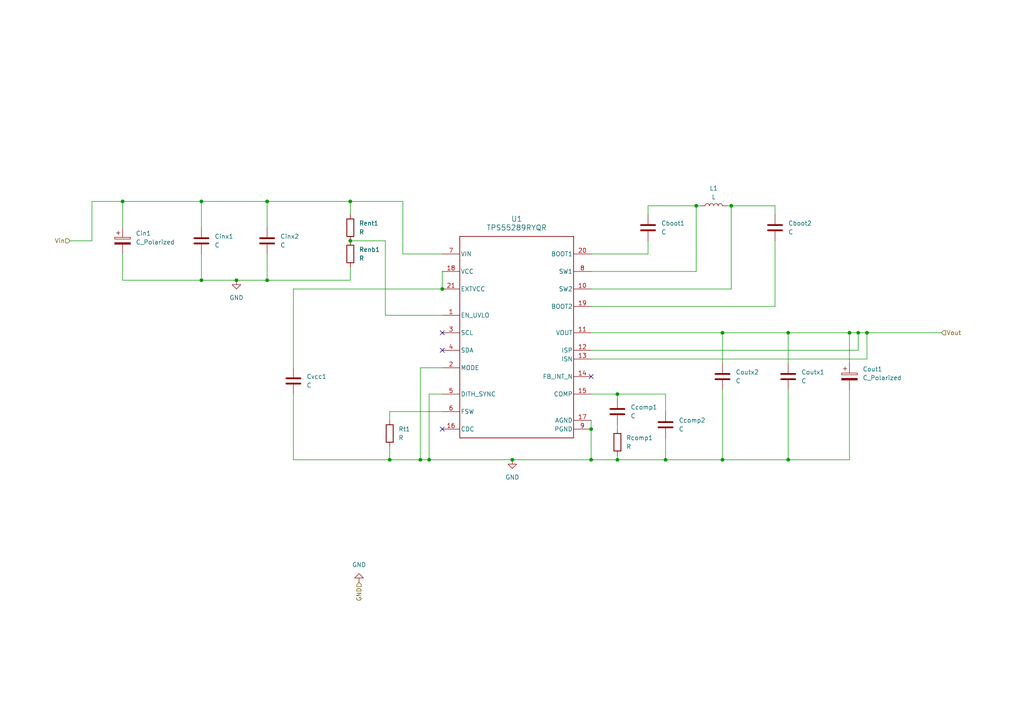
<source format=kicad_sch>
(kicad_sch (version 20250114) (generator "eeschema") (generator_version "9.0")
  (paper "A4")
  (lib_symbols
    (symbol "2026-01-30_06-42-26:TPS55289RYQR" (pin_names (offset 0.254))
      (property "Reference" "U" (at 0 2.54 0))
      (property "Value" "TPS55289RYQR" (at 0 0 0))
      (symbol "TPS55289RYQR_0_1"
        (polyline (pts (xy 5.08 5.08) (xy 5.08 -53.34)) (stroke (width 0.2032)))
        (polyline (pts (xy 5.08 -53.34) (xy 38.1 -53.34)) (stroke (width 0.2032)))
        (polyline (pts (xy 38.1 5.08) (xy 5.08 5.08)) (stroke (width 0.2032)))
        (polyline (pts (xy 38.1 -53.34) (xy 38.1 5.08)) (stroke (width 0.2032)))
        (pin unspecified line (at 0 0 0) (length 5.08) (name "VIN") (number "7"))
        (pin unspecified line (at 0 -5.08 0) (length 5.08) (name "VCC") (number "18"))
        (pin unspecified line (at 0 -10.16 0) (length 5.08) (name "EXTVCC") (number "21"))
        (pin unspecified line (at 0 -17.78 0) (length 5.08) (name "EN_UVLO") (number "1"))
        (pin unspecified line (at 0 -22.86 0) (length 5.08) (name "SCL") (number "3"))
        (pin unspecified line (at 0 -27.94 0) (length 5.08) (name "SDA") (number "4"))
        (pin unspecified line (at 0 -33.02 0) (length 5.08) (name "MODE") (number "2"))
        (pin unspecified line (at 0 -40.64 0) (length 5.08) (name "DITH_SYNC") (number "5"))
        (pin unspecified line (at 0 -45.72 0) (length 5.08) (name "FSW") (number "6"))
        (pin unspecified line (at 0 -50.8 0) (length 5.08) (name "CDC") (number "16"))
        (pin unspecified line (at 43.18 0 180) (length 5.08) (name "BOOT1") (number "20"))
        (pin unspecified line (at 43.18 -5.08 180) (length 5.08) (name "SW1") (number "8"))
        (pin unspecified line (at 43.18 -10.16 180) (length 5.08) (name "SW2") (number "10"))
        (pin unspecified line (at 43.18 -15.24 180) (length 5.08) (name "BOOT2") (number "19"))
        (pin unspecified line (at 43.18 -22.86 180) (length 5.08) (name "VOUT") (number "11"))
        (pin unspecified line (at 43.18 -27.94 180) (length 5.08) (name "ISP") (number "12"))
        (pin unspecified line (at 43.18 -30.48 180) (length 5.08) (name "ISN") (number "13"))
        (pin unspecified line (at 43.18 -35.56 180) (length 5.08) (name "FB_INT_N") (number "14"))
        (pin unspecified line (at 43.18 -40.64 180) (length 5.08) (name "COMP") (number "15"))
        (pin unspecified line (at 43.18 -48.26 180) (length 5.08) (name "AGND") (number "17"))
        (pin unspecified line (at 43.18 -50.8 180) (length 5.08) (name "PGND") (number "9"))
      )
    )
    (symbol "Device:C" (pin_numbers (hide yes)) (pin_names (offset 0.254))
      (property "Reference" "C" (at 0.635 2.54 0))
      (property "Value" "C" (at 0.635 -2.54 0))
      (symbol "C_0_1"
        (polyline (pts (xy -2.032 0.762) (xy 2.032 0.762)) (stroke (width 0.508)))
        (polyline (pts (xy -2.032 -0.762) (xy 2.032 -0.762)) (stroke (width 0.508)))
      )
      (symbol "C_1_1"
        (pin passive line (at 0 3.81 270) (length 2.794) (name "~") (number "1"))
        (pin passive line (at 0 -3.81 90) (length 2.794) (name "~") (number "2"))
      )
    )
    (symbol "Device:C_Polarized" (pin_numbers (hide yes)) (pin_names (offset 0.254))
      (property "Reference" "C" (at 0.635 2.54 0))
      (property "Value" "C_Polarized" (at 0.635 -2.54 0))
      (symbol "C_Polarized_0_1"
        (rectangle (start -2.286 0.508) (end 2.286 1.016))
        (polyline (pts (xy -1.778 2.286) (xy -0.762 2.286)))
        (polyline (pts (xy -1.27 2.794) (xy -1.27 1.778)))
        (rectangle (start 2.286 -0.508) (end -2.286 -1.016) (fill (type outline)))
      )
      (symbol "C_Polarized_1_1"
        (pin passive line (at 0 3.81 270) (length 2.794) (name "~") (number "1"))
        (pin passive line (at 0 -3.81 90) (length 2.794) (name "~") (number "2"))
      )
    )
    (symbol "Device:L" (pin_numbers (hide yes)) (pin_names (offset 1.016) (hide yes))
      (property "Reference" "L" (at -1.27 0 90))
      (property "Value" "L" (at 1.905 0 90))
      (symbol "L_0_1"
        (arc (start 0 2.54) (mid 0.6323 1.905) (end 0 1.27))
        (arc (start 0 1.27) (mid 0.6323 0.635) (end 0 0))
        (arc (start 0 0) (mid 0.6323 -0.635) (end 0 -1.27))
        (arc (start 0 -1.27) (mid 0.6323 -1.905) (end 0 -2.54))
      )
      (symbol "L_1_1"
        (pin passive line (at 0 3.81 270) (length 1.27) (name "1") (number "1"))
        (pin passive line (at 0 -3.81 90) (length 1.27) (name "2") (number "2"))
      )
    )
    (symbol "Device:R" (pin_numbers (hide yes)) (pin_names (offset 0))
      (property "Reference" "R" (at 2.032 0 90))
      (property "Value" "R" (at 0 0 90))
      (symbol "R_0_1"
        (rectangle (start -1.016 -2.54) (end 1.016 2.54) (stroke (width 0.254)))
      )
      (symbol "R_1_1"
        (pin passive line (at 0 3.81 270) (length 1.27) (name "~") (number "1"))
        (pin passive line (at 0 -3.81 90) (length 1.27) (name "~") (number "2"))
      )
    )
    (symbol "power:GND" (power) (pin_numbers (hide yes)) (pin_names (offset 0) (hide yes))
      (property "Value" "GND" (at 0 -3.81 0))
      (symbol "GND_0_1"
        (polyline (pts (xy 0 0) (xy 0 -1.27) (xy 1.27 -1.27) (xy 0 -2.54) (xy -1.27 -1.27) (xy 0 -1.27)))
      )
      (symbol "GND_1_1"
        (pin power_in line (at 0 0 270) (length 0) (name "~") (number "1"))
      )
    )
  )
  (junction (at 228.6 133.35))
  (junction (at 113.03 133.35))
  (junction (at 171.45 124.46))
  (junction (at 248.92 96.52))
  (junction (at 179.07 133.35))
  (junction (at 35.56 58.42))
  (junction (at 58.42 58.42))
  (junction (at 193.04 133.35))
  (junction (at 101.6 69.85))
  (junction (at 77.47 81.28))
  (junction (at 58.42 81.28))
  (junction (at 124.46 133.35))
  (junction (at 101.6 58.42))
  (junction (at 251.46 96.52))
  (junction (at 209.55 96.52))
  (junction (at 246.38 96.52))
  (junction (at 209.55 133.35))
  (junction (at 171.45 133.35))
  (junction (at 121.92 133.35))
  (junction (at 68.58 81.28))
  (junction (at 77.47 58.42))
  (junction (at 201.93 59.69))
  (junction (at 212.09 59.69))
  (junction (at 228.6 96.52))
  (junction (at 148.59 133.35))
  (junction (at 128.27 83.82))
  (junction (at 179.07 114.3))
  (no_connect (at 128.27 124.46))
  (no_connect (at 128.27 101.6))
  (no_connect (at 171.45 109.22))
  (no_connect (at 128.27 96.52))
  (wire (pts (xy 179.07 132.08) (xy 179.07 133.35)))
  (wire (pts (xy 201.93 59.69) (xy 203.2 59.69)))
  (wire (pts (xy 77.47 66.04) (xy 77.47 58.42)))
  (wire (pts (xy 26.67 58.42) (xy 35.56 58.42)))
  (wire (pts (xy 77.47 73.66) (xy 77.47 81.28)))
  (wire (pts (xy 224.79 59.69) (xy 212.09 59.69)))
  (wire (pts (xy 58.42 81.28) (xy 68.58 81.28)))
  (wire (pts (xy 68.58 81.28) (xy 77.47 81.28)))
  (wire (pts (xy 171.45 133.35) (xy 179.07 133.35)))
  (wire (pts (xy 248.92 101.6) (xy 248.92 96.52)))
  (wire (pts (xy 101.6 62.23) (xy 101.6 58.42)))
  (wire (pts (xy 171.45 104.14) (xy 251.46 104.14)))
  (wire (pts (xy 209.55 113.03) (xy 209.55 133.35)))
  (wire (pts (xy 248.92 96.52) (xy 251.46 96.52)))
  (wire (pts (xy 209.55 133.35) (xy 228.6 133.35)))
  (wire (pts (xy 121.92 106.68) (xy 121.92 133.35)))
  (wire (pts (xy 212.09 59.69) (xy 210.82 59.69)))
  (wire (pts (xy 113.03 133.35) (xy 121.92 133.35)))
  (wire (pts (xy 111.76 69.85) (xy 111.76 91.44)))
  (wire (pts (xy 171.45 101.6) (xy 248.92 101.6)))
  (wire (pts (xy 85.09 106.68) (xy 85.09 83.82)))
  (wire (pts (xy 209.55 96.52) (xy 228.6 96.52)))
  (wire (pts (xy 171.45 121.92) (xy 171.45 124.46)))
  (wire (pts (xy 246.38 96.52) (xy 248.92 96.52)))
  (wire (pts (xy 20.32 69.85) (xy 26.67 69.85)))
  (wire (pts (xy 171.45 78.74) (xy 201.93 78.74)))
  (wire (pts (xy 128.27 78.74) (xy 128.27 83.82)))
  (wire (pts (xy 224.79 69.85) (xy 224.79 88.9)))
  (wire (pts (xy 128.27 119.38) (xy 113.03 119.38)))
  (wire (pts (xy 128.27 106.68) (xy 121.92 106.68)))
  (wire (pts (xy 116.84 73.66) (xy 128.27 73.66)))
  (wire (pts (xy 113.03 129.54) (xy 113.03 133.35)))
  (wire (pts (xy 171.45 114.3) (xy 179.07 114.3)))
  (wire (pts (xy 35.56 58.42) (xy 58.42 58.42)))
  (wire (pts (xy 224.79 88.9) (xy 171.45 88.9)))
  (wire (pts (xy 179.07 114.3) (xy 179.07 115.57)))
  (wire (pts (xy 148.59 133.35) (xy 171.45 133.35)))
  (wire (pts (xy 201.93 78.74) (xy 201.93 59.69)))
  (wire (pts (xy 113.03 119.38) (xy 113.03 121.92)))
  (wire (pts (xy 101.6 69.85) (xy 111.76 69.85)))
  (wire (pts (xy 179.07 114.3) (xy 193.04 114.3)))
  (wire (pts (xy 111.76 91.44) (xy 128.27 91.44)))
  (wire (pts (xy 116.84 58.42) (xy 116.84 73.66)))
  (wire (pts (xy 171.45 73.66) (xy 187.96 73.66)))
  (wire (pts (xy 209.55 96.52) (xy 209.55 105.41)))
  (wire (pts (xy 58.42 81.28) (xy 58.42 73.66)))
  (wire (pts (xy 171.45 124.46) (xy 171.45 133.35)))
  (wire (pts (xy 26.67 69.85) (xy 26.67 58.42)))
  (wire (pts (xy 187.96 59.69) (xy 201.93 59.69)))
  (wire (pts (xy 77.47 58.42) (xy 101.6 58.42)))
  (wire (pts (xy 187.96 73.66) (xy 187.96 69.85)))
  (wire (pts (xy 171.45 96.52) (xy 209.55 96.52)))
  (wire (pts (xy 228.6 133.35) (xy 246.38 133.35)))
  (wire (pts (xy 85.09 133.35) (xy 113.03 133.35)))
  (wire (pts (xy 58.42 58.42) (xy 58.42 66.04)))
  (wire (pts (xy 187.96 62.23) (xy 187.96 59.69)))
  (wire (pts (xy 251.46 96.52) (xy 273.05 96.52)))
  (wire (pts (xy 85.09 83.82) (xy 128.27 83.82)))
  (wire (pts (xy 246.38 96.52) (xy 246.38 105.41)))
  (wire (pts (xy 85.09 114.3) (xy 85.09 133.35)))
  (wire (pts (xy 251.46 104.14) (xy 251.46 96.52)))
  (wire (pts (xy 193.04 133.35) (xy 209.55 133.35)))
  (wire (pts (xy 228.6 96.52) (xy 246.38 96.52)))
  (wire (pts (xy 179.07 123.19) (xy 179.07 124.46)))
  (wire (pts (xy 77.47 81.28) (xy 101.6 81.28)))
  (wire (pts (xy 224.79 62.23) (xy 224.79 59.69)))
  (wire (pts (xy 228.6 96.52) (xy 228.6 105.41)))
  (wire (pts (xy 101.6 81.28) (xy 101.6 77.47)))
  (wire (pts (xy 35.56 58.42) (xy 35.56 66.04)))
  (wire (pts (xy 171.45 83.82) (xy 212.09 83.82)))
  (wire (pts (xy 124.46 133.35) (xy 148.59 133.35)))
  (wire (pts (xy 58.42 58.42) (xy 77.47 58.42)))
  (wire (pts (xy 128.27 114.3) (xy 124.46 114.3)))
  (wire (pts (xy 35.56 81.28) (xy 35.56 73.66)))
  (wire (pts (xy 193.04 127) (xy 193.04 133.35)))
  (wire (pts (xy 193.04 114.3) (xy 193.04 119.38)))
  (wire (pts (xy 228.6 113.03) (xy 228.6 133.35)))
  (wire (pts (xy 246.38 133.35) (xy 246.38 113.03)))
  (wire (pts (xy 179.07 133.35) (xy 193.04 133.35)))
  (wire (pts (xy 124.46 114.3) (xy 124.46 133.35)))
  (wire (pts (xy 35.56 81.28) (xy 58.42 81.28)))
  (wire (pts (xy 212.09 83.82) (xy 212.09 59.69)))
  (wire (pts (xy 121.92 133.35) (xy 124.46 133.35)))
  (wire (pts (xy 101.6 58.42) (xy 116.84 58.42)))
  (hierarchical_label "GND" (shape input) (at 104.14 168.91 270))
  (hierarchical_label "Vin" (shape input) (at 20.32 69.85 180))
  (hierarchical_label "Vout" (shape input) (at 273.05 96.52 0))
  (symbol (lib_id "Device:C_Polarized") (at 35.56 69.85 0) (unit 1)
    (property "Reference" "Cin1" (at 39.37 67.6909 0) (effects (justify left)))
    (property "Value" "C_Polarized" (at 39.37 70.2309 0) (effects (justify left)))
    (property "Footprint" "Capacitor_SMD:CP_Elec_8x6.9" (effects (hide yes)))
    (property "Description" "Polarized capacitor" (effects (hide yes)))
  )
  (symbol (lib_id "Device:R") (at 101.6 66.04 0) (unit 1)
    (property "Reference" "Rent1" (at 104.14 64.7699 0) (effects (justify left)))
    (property "Value" "R" (at 104.14 67.3099 0) (effects (justify left)))
    (property "Footprint" "Resistor_SMD:R_0402_1005Metric" (effects (hide yes)))
    (property "Description" "Resistor" (effects (hide yes)))
  )
  (symbol (lib_id "power:GND") (at 104.14 168.91 180) (unit 1)
    (property "Reference" "#PWR06" (effects (hide yes)))
    (property "Value" "GND" (at 104.14 163.83 0))
    (property "Description" "Power symbol creates a global label with name \"GND\" , ground" (effects (hide yes)))
  )
  (symbol (lib_id "Device:C_Polarized") (at 246.38 109.22 0) (unit 1)
    (property "Reference" "Cout1" (at 250.19 107.0609 0) (effects (justify left)))
    (property "Value" "C_Polarized" (at 250.19 109.6009 0) (effects (justify left)))
    (property "Footprint" "Capacitor_SMD:CP_Elec_5x5.3" (effects (hide yes)))
    (property "Description" "Polarized capacitor" (effects (hide yes)))
  )
  (symbol (lib_id "Device:C") (at 228.6 109.22 0) (unit 1)
    (property "Reference" "Coutx1" (at 232.41 107.9499 0) (effects (justify left)))
    (property "Value" "C" (at 232.41 110.4899 0) (effects (justify left)))
    (property "Footprint" "Capacitor_SMD:C_1206_3216Metric" (effects (hide yes)))
    (property "Description" "Unpolarized capacitor" (effects (hide yes)))
  )
  (symbol (lib_id "2026-01-30_06-42-26:TPS55289RYQR") (at 128.27 73.66 0) (unit 1)
    (property "Reference" "U1" (at 149.86 63.5 0) (effects (font (size 1.524 1.524))))
    (property "Value" "TPS55289RYQR" (at 149.86 66.04 0) (effects (font (size 1.524 1.524))))
    (property "Footprint" "TPS55289RYQR:RYQ0021A-MFG" (effects (hide yes)))
    (property "Datasheet" "TPS55289RYQR" (effects (hide yes)))
  )
  (symbol (lib_id "Device:R") (at 101.6 73.66 0) (unit 1)
    (property "Reference" "Renb1" (at 104.14 72.3899 0) (effects (justify left)))
    (property "Value" "R" (at 104.14 74.9299 0) (effects (justify left)))
    (property "Footprint" "Resistor_SMD:R_0402_1005Metric" (effects (hide yes)))
    (property "Description" "Resistor" (effects (hide yes)))
  )
  (symbol (lib_id "Device:C") (at 85.09 110.49 0) (unit 1)
    (property "Reference" "Cvcc1" (at 88.9 109.2199 0) (effects (justify left)))
    (property "Value" "C" (at 88.9 111.7599 0) (effects (justify left)))
    (property "Footprint" "Capacitor_SMD:C_0603_1608Metric" (effects (hide yes)))
    (property "Description" "Unpolarized capacitor" (effects (hide yes)))
  )
  (symbol (lib_id "Device:R") (at 179.07 128.27 0) (unit 1)
    (property "Reference" "Rcomp1" (at 181.61 126.9999 0) (effects (justify left)))
    (property "Value" "R" (at 181.61 129.5399 0) (effects (justify left)))
    (property "Footprint" "Resistor_SMD:R_0402_1005Metric" (effects (hide yes)))
    (property "Description" "Resistor" (effects (hide yes)))
  )
  (symbol (lib_id "Device:C") (at 77.47 69.85 0) (unit 1)
    (property "Reference" "Cinx2" (at 81.28 68.5799 0) (effects (justify left)))
    (property "Value" "C" (at 81.28 71.1199 0) (effects (justify left)))
    (property "Footprint" "Capacitor_SMD:C_0402_1005Metric" (effects (hide yes)))
    (property "Description" "Unpolarized capacitor" (effects (hide yes)))
  )
  (symbol (lib_id "Device:L") (at 207.01 59.69 90) (unit 1)
    (property "Reference" "L1" (at 207.01 54.61 90))
    (property "Value" "L" (at 207.01 57.15 90))
    (property "Footprint" "Inductor_SMD:L_Coilcraft_MSS1210-XXX" (effects (hide yes)))
    (property "Description" "Inductor" (effects (hide yes)))
  )
  (symbol (lib_id "Device:C") (at 58.42 69.85 0) (unit 1)
    (property "Reference" "Cinx1" (at 62.23 68.5799 0) (effects (justify left)))
    (property "Value" "C" (at 62.23 71.1199 0) (effects (justify left)))
    (property "Footprint" "Capacitor_SMD:C_1210_3225Metric" (effects (hide yes)))
    (property "Description" "Unpolarized capacitor" (effects (hide yes)))
  )
  (symbol (lib_id "Device:C") (at 179.07 119.38 0) (unit 1)
    (property "Reference" "Ccomp1" (at 182.88 118.1099 0) (effects (justify left)))
    (property "Value" "C" (at 182.88 120.6499 0) (effects (justify left)))
    (property "Footprint" "Capacitor_SMD:C_0402_1005Metric" (effects (hide yes)))
    (property "Description" "Unpolarized capacitor" (effects (hide yes)))
  )
  (symbol (lib_id "Device:C") (at 193.04 123.19 0) (unit 1)
    (property "Reference" "Ccomp2" (at 196.85 121.9199 0) (effects (justify left)))
    (property "Value" "C" (at 196.85 124.4599 0) (effects (justify left)))
    (property "Footprint" "Capacitor_SMD:C_0402_1005Metric" (effects (hide yes)))
    (property "Description" "Unpolarized capacitor" (effects (hide yes)))
  )
  (symbol (lib_id "Device:C") (at 224.79 66.04 0) (unit 1)
    (property "Reference" "Cboot2" (at 228.6 64.7699 0) (effects (justify left)))
    (property "Value" "C" (at 228.6 67.3099 0) (effects (justify left)))
    (property "Footprint" "Resistor_SMD:R_0603_1608Metric" (effects (hide yes)))
    (property "Description" "Unpolarized capacitor" (effects (hide yes)))
  )
  (symbol (lib_id "power:GND") (at 148.59 133.35 0) (unit 1)
    (property "Reference" "#PWR07" (effects (hide yes)))
    (property "Value" "GND" (at 148.59 138.43 0))
    (property "Description" "Power symbol creates a global label with name \"GND\" , ground" (effects (hide yes)))
  )
  (symbol (lib_id "Device:C") (at 187.96 66.04 0) (unit 1)
    (property "Reference" "Cboot1" (at 191.77 64.7699 0) (effects (justify left)))
    (property "Value" "C" (at 191.77 67.3099 0) (effects (justify left)))
    (property "Footprint" "Resistor_SMD:R_0603_1608Metric" (effects (hide yes)))
    (property "Description" "Unpolarized capacitor" (effects (hide yes)))
  )
  (symbol (lib_id "Device:C") (at 209.55 109.22 0) (unit 1)
    (property "Reference" "Coutx2" (at 213.36 107.9499 0) (effects (justify left)))
    (property "Value" "C" (at 213.36 110.4899 0) (effects (justify left)))
    (property "Footprint" "Capacitor_SMD:C_0402_1005Metric" (effects (hide yes)))
    (property "Description" "Unpolarized capacitor" (effects (hide yes)))
  )
  (symbol (lib_id "power:GND") (at 68.58 81.28 0) (unit 1)
    (property "Reference" "#PWR05" (effects (hide yes)))
    (property "Value" "GND" (at 68.58 86.36 0))
    (property "Description" "Power symbol creates a global label with name \"GND\" , ground" (effects (hide yes)))
  )
  (symbol (lib_id "Device:R") (at 113.03 125.73 0) (unit 1)
    (property "Reference" "Rt1" (at 115.57 124.4599 0) (effects (justify left)))
    (property "Value" "R" (at 115.57 126.9999 0) (effects (justify left)))
    (property "Footprint" "Resistor_SMD:R_0402_1005Metric" (effects (hide yes)))
    (property "Description" "Resistor" (effects (hide yes)))
  )
)
</source>
